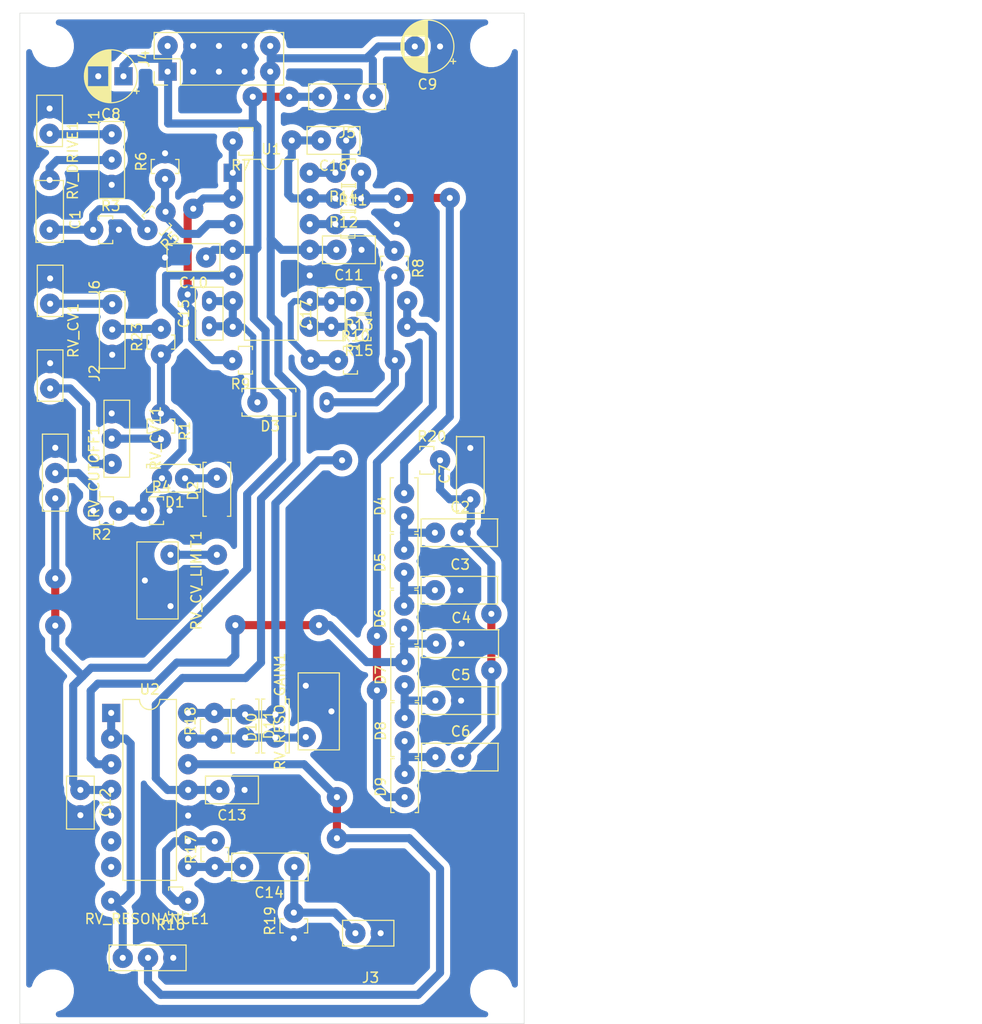
<source format=kicad_pcb>
(kicad_pcb (version 20171130) (host pcbnew "(5.1.7-0-10_14)")
  (layers (0 F.Cu signal) (31 B.Cu signal) (34 B.Paste user) (35 F.Paste user) (36 B.SilkS user) (37 F.SilkS user hide) (38 B.Mask user) (39 F.Mask user) (44 Edge.Cuts user))
  (net 0 "")
  (net 1 "Net-(C1-Pad2)")
  (net 2 "Net-(C1-Pad1)")
  (net 3 "Net-(C2-Pad1)")
  (net 4 "Net-(C2-Pad2)")
  (net 5 GND)
  (net 6 "Net-(C3-Pad1)")
  (net 7 "Net-(C4-Pad1)")
  (net 8 "Net-(C5-Pad1)")
  (net 9 "Net-(C6-Pad1)")
  (net 10 +12V)
  (net 11 -12V)
  (net 12 "Net-(C14-Pad2)")
  (net 13 "Net-(C14-Pad1)")
  (net 14 "Net-(D1-Pad2)")
  (net 15 "Net-(D1-Pad1)")
  (net 16 CV)
  (net 17 LADDER_P)
  (net 18 LADDER_N)
  (net 19 "Net-(D10-Pad1)")
  (net 20 "Net-(D10-Pad2)")
  (net 21 "Net-(J1-Pad1)")
  (net 22 "Net-(J2-Pad1)")
  (net 23 "Net-(J6-Pad1)")
  (net 24 "Net-(R1-Pad2)")
  (net 25 "Net-(R2-Pad2)")
  (net 26 "Net-(R5-Pad1)")
  (net 27 "Net-(R7-Pad2)")
  (net 28 "Net-(R11-Pad1)")
  (net 29 OUT_STAGE)
  (net 30 "Net-(R16-Pad1)")
  (net 31 "Net-(R23-Pad2)")
  (net 32 "Net-(RV_RESONANCE1-Pad2)")
  (net 33 "Net-(C15-Pad1)")
  (net 34 "Net-(C16-Pad2)")
  (net 35 "Net-(C17-Pad2)")
  (net 36 "Net-(C16-Pad1)")
  (net 37 "Net-(C17-Pad1)")
  (net 38 "Net-(D2-Pad1)")
  (module Zimo_Manual_PCB:C_Foil_P5.48mm (layer F.Cu) (at 138.9888 136.2964 180)
    (fp_text reference C14 (at 2.5 -2.54) (layer F.SilkS))
    (fp_text value "1u (film)")
    (pad 1 thru_hole circle (at 0 0 180) (size 2 2) (drill 0.6) (layers *.Cu *.Mask) (net 13 "Net-(C14-Pad1)"))
    (pad 2 thru_hole circle (at 5.08 0 180) (size 2 2) (drill 0.6) (layers *.Cu *.Mask) (net 12 "Net-(C14-Pad2)"))
  )
  (module Zimo_Manual_PCB:C_Foil_P5.48mm (layer F.Cu) (at 152.9588 125.4252)
    (fp_text reference C6 (at 2.5 -2.54) (layer F.SilkS))
    (fp_text value 1n)
    (pad 1 thru_hole circle (at 0 0) (size 2 2) (drill 0.6) (layers *.Cu *.Mask) (net 9 "Net-(C6-Pad1)"))
    (pad 2 thru_hole circle (at 2.54 0) (size 2 2) (drill 0.6) (layers *.Cu *.Mask) (net 4 "Net-(C2-Pad2)"))
  )
  (module Zimo_Manual_PCB:C_Foil_P5.48mm (layer F.Cu) (at 152.9588 119.8372)
    (fp_text reference C5 (at 2.5 -2.54) (layer F.SilkS))
    (fp_text value 1n)
    (pad 1 thru_hole circle (at 0 0) (size 2 2) (drill 0.6) (layers *.Cu *.Mask) (net 8 "Net-(C5-Pad1)"))
    (pad 2 thru_hole circle (at 2.54 0) (size 2 2) (drill 0.6) (layers *.Cu *.Mask) (net 5 GND))
  )
  (module Zimo_Manual_PCB:C_Foil_P5.48mm (layer F.Cu) (at 153.0096 114.1984)
    (fp_text reference C4 (at 2.5 -2.54) (layer F.SilkS))
    (fp_text value 1n)
    (pad 1 thru_hole circle (at 0 0) (size 2 2) (drill 0.6) (layers *.Cu *.Mask) (net 7 "Net-(C4-Pad1)"))
    (pad 2 thru_hole circle (at 2.54 0) (size 2 2) (drill 0.6) (layers *.Cu *.Mask) (net 5 GND))
  )
  (module Zimo_Manual_PCB:C_Foil_P5.48mm (layer F.Cu) (at 152.908 108.9152)
    (fp_text reference C3 (at 2.5 -2.54) (layer F.SilkS))
    (fp_text value 1n)
    (pad 1 thru_hole circle (at 0 0) (size 2 2) (drill 0.6) (layers *.Cu *.Mask) (net 6 "Net-(C3-Pad1)"))
    (pad 2 thru_hole circle (at 2.54 0) (size 2 2) (drill 0.6) (layers *.Cu *.Mask) (net 5 GND))
  )
  (module Zimo_Manual_PCB:C_Foil_P5.48mm (layer F.Cu) (at 152.908 103.2256)
    (fp_text reference C2 (at 2.5 -2.54) (layer F.SilkS))
    (fp_text value 1n)
    (pad 1 thru_hole circle (at 0 0) (size 2 2) (drill 0.6) (layers *.Cu *.Mask) (net 3 "Net-(C2-Pad1)"))
    (pad 2 thru_hole circle (at 2.54 0) (size 2 2) (drill 0.6) (layers *.Cu *.Mask) (net 4 "Net-(C2-Pad2)"))
  )
  (module MountingHole:MountingHole_3mm (layer F.Cu) (at 115.062 148.5392)
    (fp_text reference REF** hide)
    (fp_text value MountingHole_3mm hide)
    (pad 1 np_thru_hole circle (at 0 0) (size 3 3) (drill 3) (layers *.Cu *.Mask))
  )
  (module MountingHole:MountingHole_3mm (layer F.Cu) (at 158.496 148.5392)
    (fp_text reference REF** hide)
    (fp_text value MountingHole_3mm hide)
    (pad 1 np_thru_hole circle (at 0 0) (size 3 3) (drill 3) (layers *.Cu *.Mask))
  )
  (module MountingHole:MountingHole_3mm (layer F.Cu) (at 158.496 55.0672)
    (fp_text reference REF** hide)
    (fp_text value MountingHole_3mm hide)
    (pad 1 np_thru_hole circle (at 0 0) (size 3 3) (drill 3) (layers *.Cu *.Mask))
  )
  (module MountingHole:MountingHole_3mm (layer F.Cu) (at 115.062 55.0672)
    (fp_text reference REF** hide)
    (fp_text value MountingHole_3mm hide)
    (pad 1 np_thru_hole circle (at 0 0) (size 3 3) (drill 3) (layers *.Cu *.Mask))
  )
  (module Zimo_Manual_PCB:CP_Radial_D5.0mm_P2.50mm (layer F.Cu) (at 122.0724 58.0644 180)
    (fp_text reference C8 (at 1.25 -3.75) (layer F.SilkS))
    (fp_text value 10u)
    (pad 2 thru_hole circle (at 2.5 0 180) (size 2 2) (drill 0.6) (layers *.Cu *.Mask) (net 5 GND))
    (pad 1 thru_hole rect (at 0 0 180) (size 1.8 1.8) (drill 0.6) (layers *.Cu *.Mask) (net 10 +12V))
  )
  (module Zimo_Manual_PCB:CP_Radial_D5.0mm_P2.50mm (layer F.Cu) (at 153.416 55.118 180)
    (fp_text reference C9 (at 1.25 -3.75) (layer F.SilkS))
    (fp_text value 10u)
    (pad 1 thru_hole rect (at 0 0 180) (size 1.8 1.8) (drill 0.6) (layers *.Cu *.Mask) (net 5 GND))
    (pad 2 thru_hole circle (at 2.5 0 180) (size 2 2) (drill 0.6) (layers *.Cu *.Mask) (net 11 -12V))
  )
  (module Zimo_Manual_PCB:C_Disc_D5.0mm_W2.5mm_P2.50mm (layer F.Cu) (at 130.2512 75.9968 180)
    (fp_text reference C10 (at 1.25 -2.5) (layer F.SilkS))
    (fp_text value 100n)
    (pad 2 thru_hole circle (at 4.064 0 180) (size 2 2) (drill 0.6) (layers *.Cu *.Mask) (net 5 GND))
    (pad 1 thru_hole circle (at 0 0 180) (size 2 2) (drill 0.6) (layers *.Cu *.Mask) (net 10 +12V))
  )
  (module Zimo_Manual_PCB:C_Disc_D5.0mm_W2.5mm_P2.50mm (layer F.Cu) (at 145.6436 75.2348 180)
    (fp_text reference C11 (at 1.25 -2.5) (layer F.SilkS))
    (fp_text value 100n)
    (pad 1 thru_hole circle (at 0 0 180) (size 2 2) (drill 0.6) (layers *.Cu *.Mask) (net 5 GND))
    (pad 2 thru_hole circle (at 2.5 0 180) (size 2 2) (drill 0.6) (layers *.Cu *.Mask) (net 11 -12V))
  )
  (module Zimo_Manual_PCB:C_Disc_D5.0mm_W2.5mm_P2.50mm (layer F.Cu) (at 117.8052 128.6764 270)
    (fp_text reference C12 (at 1.25 -2.5 90) (layer F.SilkS))
    (fp_text value 100n)
    (pad 2 thru_hole circle (at 2.5 0 270) (size 2 2) (drill 0.6) (layers *.Cu *.Mask) (net 5 GND))
    (pad 1 thru_hole circle (at 0 0 270) (size 2 2) (drill 0.6) (layers *.Cu *.Mask) (net 10 +12V))
  )
  (module Zimo_Manual_PCB:C_Disc_D5.0mm_W2.5mm_P2.50mm (layer F.Cu) (at 134.0612 128.6764 180)
    (fp_text reference C13 (at 1.25 -2.5) (layer F.SilkS))
    (fp_text value 100n)
    (pad 2 thru_hole circle (at 2.5 0 180) (size 2 2) (drill 0.6) (layers *.Cu *.Mask) (net 11 -12V))
    (pad 1 thru_hole circle (at 0 0 180) (size 2 2) (drill 0.6) (layers *.Cu *.Mask) (net 5 GND))
  )
  (module Zimo_Manual_PCB:D_Axial-Vertical (layer F.Cu) (at 128.1684 97.8408 180)
    (fp_text reference D1 (at 1.016 -2.37) (layer F.SilkS))
    (fp_text value 1N4148)
    (pad 2 thru_hole oval (at 2.286 0 180) (size 2 2) (drill 0.6) (layers *.Cu *.Mask) (net 14 "Net-(D1-Pad2)"))
    (pad 1 thru_hole circle (at 0 0 180) (size 2 2) (drill 0.6) (layers *.Cu *.Mask) (net 15 "Net-(D1-Pad1)"))
  )
  (module Zimo_Manual_PCB:D_Axial-Vertical (layer F.Cu) (at 131.318 100.076 90)
    (fp_text reference D2 (at 1.016 -2.37 90) (layer F.SilkS))
    (fp_text value 1N4148)
    (pad 1 thru_hole circle (at -5.334 0 90) (size 2 2) (drill 0.6) (layers *.Cu *.Mask) (net 38 "Net-(D2-Pad1)"))
    (pad 2 thru_hole oval (at 2.286 0 90) (size 2 2) (drill 0.6) (layers *.Cu *.Mask) (net 15 "Net-(D1-Pad1)"))
  )
  (module Zimo_Manual_PCB:D_Axial-Vertical (layer F.Cu) (at 137.6172 90.3224 180)
    (fp_text reference D3 (at 1.016 -2.37) (layer F.SilkS))
    (fp_text value 1N4148)
    (pad 1 thru_hole oval (at -4.572 0 180) (size 1.4 2) (drill 0.6) (layers *.Cu *.Mask) (net 16 CV))
    (pad 2 thru_hole oval (at 2.286 0 180) (size 2 2) (drill 0.6) (layers *.Cu *.Mask) (net 33 "Net-(C15-Pad1)"))
  )
  (module Zimo_Manual_PCB:D_Axial-Vertical (layer F.Cu) (at 149.86 101.6 90)
    (fp_text reference D4 (at 1.016 -2.37 90) (layer F.SilkS))
    (fp_text value 1N4148)
    (pad 2 thru_hole oval (at 2.286 0 90) (size 2 2) (drill 0.6) (layers *.Cu *.Mask) (net 17 LADDER_P))
    (pad 1 thru_hole circle (at 0 0 90) (size 2 2) (drill 0.6) (layers *.Cu *.Mask) (net 3 "Net-(C2-Pad1)"))
  )
  (module Zimo_Manual_PCB:D_Axial-Vertical (layer F.Cu) (at 149.86 107.188 90)
    (fp_text reference D5 (at 1.016 -2.37 90) (layer F.SilkS))
    (fp_text value 1N4148)
    (pad 2 thru_hole oval (at 2.286 0 90) (size 2 2) (drill 0.6) (layers *.Cu *.Mask) (net 3 "Net-(C2-Pad1)"))
    (pad 1 thru_hole circle (at 0 0 90) (size 2 2) (drill 0.6) (layers *.Cu *.Mask) (net 6 "Net-(C3-Pad1)"))
  )
  (module Zimo_Manual_PCB:D_Axial-Vertical (layer F.Cu) (at 149.86 112.7252 90)
    (fp_text reference D6 (at 1.016 -2.37 90) (layer F.SilkS))
    (fp_text value 1N4148)
    (pad 1 thru_hole circle (at 0 0 90) (size 2 2) (drill 0.6) (layers *.Cu *.Mask) (net 7 "Net-(C4-Pad1)"))
    (pad 2 thru_hole oval (at 2.286 0 90) (size 2 2) (drill 0.6) (layers *.Cu *.Mask) (net 6 "Net-(C3-Pad1)"))
  )
  (module Zimo_Manual_PCB:D_Axial-Vertical (layer F.Cu) (at 149.9108 118.3132 90)
    (fp_text reference D7 (at 1.016 -2.37 90) (layer F.SilkS))
    (fp_text value 1N4148)
    (pad 2 thru_hole oval (at 2.286 0 90) (size 2 2) (drill 0.6) (layers *.Cu *.Mask) (net 7 "Net-(C4-Pad1)"))
    (pad 1 thru_hole circle (at 0 0 90) (size 2 2) (drill 0.6) (layers *.Cu *.Mask) (net 8 "Net-(C5-Pad1)"))
  )
  (module Zimo_Manual_PCB:D_Axial-Vertical (layer F.Cu) (at 149.9108 123.8504 90)
    (fp_text reference D8 (at 1.016 -2.37 90) (layer F.SilkS))
    (fp_text value 1N4148)
    (pad 1 thru_hole circle (at 0 0 90) (size 2 2) (drill 0.6) (layers *.Cu *.Mask) (net 9 "Net-(C6-Pad1)"))
    (pad 2 thru_hole oval (at 2.286 0 90) (size 2 2) (drill 0.6) (layers *.Cu *.Mask) (net 8 "Net-(C5-Pad1)"))
  )
  (module Zimo_Manual_PCB:D_Axial-Vertical (layer F.Cu) (at 149.9108 129.3876 90)
    (fp_text reference D9 (at 1.016 -2.37 90) (layer F.SilkS))
    (fp_text value 1N4148)
    (pad 2 thru_hole oval (at 2.286 0 90) (size 2 2) (drill 0.6) (layers *.Cu *.Mask) (net 9 "Net-(C6-Pad1)"))
    (pad 1 thru_hole circle (at 0 0 90) (size 2 2) (drill 0.6) (layers *.Cu *.Mask) (net 18 LADDER_N))
  )
  (module Zimo_Manual_PCB:D_Axial-Vertical (layer F.Cu) (at 137.1092 123.4948 90)
    (fp_text reference D10 (at 1.016 -2.37 90) (layer F.SilkS))
    (fp_text value 1N4148)
    (pad 1 thru_hole circle (at 0 0 90) (size 2 2) (drill 0.6) (layers *.Cu *.Mask) (net 19 "Net-(D10-Pad1)"))
    (pad 2 thru_hole oval (at 2.286 0 90) (size 2 2) (drill 0.6) (layers *.Cu *.Mask) (net 20 "Net-(D10-Pad2)"))
  )
  (module Zimo_Manual_PCB:D_Axial-Vertical (layer F.Cu) (at 134.112 121.2088 270)
    (fp_text reference D11 (at 1.016 -2.37 90) (layer F.SilkS))
    (fp_text value 1N4148)
    (pad 2 thru_hole oval (at 2.286 0 270) (size 2 2) (drill 0.6) (layers *.Cu *.Mask) (net 19 "Net-(D10-Pad1)"))
    (pad 1 thru_hole circle (at 0 0 270) (size 2 2) (drill 0.6) (layers *.Cu *.Mask) (net 20 "Net-(D10-Pad2)"))
  )
  (module Zimo_Manual_PCB:JT_A25_01x02_Vertical (layer F.Cu) (at 114.7572 63.754 90)
    (fp_text reference J1 (at 1.5 4.4 90) (layer F.SilkS))
    (fp_text value Input)
    (pad 2 thru_hole circle (at 2.5 0 90) (size 2 2) (drill 0.6) (layers *.Cu *.Mask) (net 5 GND))
    (pad 1 thru_hole circle (at 0 0 90) (size 2 2) (drill 0.6) (layers *.Cu *.Mask) (net 21 "Net-(J1-Pad1)"))
  )
  (module Zimo_Manual_PCB:JT_A25_01x02_Vertical (layer F.Cu) (at 114.808 88.9508 90)
    (fp_text reference J2 (at 1.5 4.4 90) (layer F.SilkS))
    (fp_text value CV)
    (pad 1 thru_hole circle (at 0 0 90) (size 2 2) (drill 0.6) (layers *.Cu *.Mask) (net 22 "Net-(J2-Pad1)"))
    (pad 2 thru_hole circle (at 2.5 0 90) (size 2 2) (drill 0.6) (layers *.Cu *.Mask) (net 5 GND))
  )
  (module Zimo_Manual_PCB:JT_A25_01x02_Vertical (layer F.Cu) (at 145.034 142.8496)
    (fp_text reference J3 (at 1.5 4.4) (layer F.SilkS))
    (fp_text value Output)
    (pad 2 thru_hole circle (at 2.5 0) (size 2 2) (drill 0.6) (layers *.Cu *.Mask) (net 5 GND))
    (pad 1 thru_hole circle (at 0 0) (size 2 2) (drill 0.6) (layers *.Cu *.Mask) (net 13 "Net-(C14-Pad1)"))
  )
  (module Zimo_Manual_PCB:Eurorack_Power_Supply (layer F.Cu) (at 126.4412 57.6072 90)
    (fp_text reference J4 (at 1.27 -2.33 90) (layer F.SilkS))
    (fp_text value "Eurorack Power")
    (pad 10 thru_hole oval (at 2.54 10.16 90) (size 2 2) (drill 0.6) (layers *.Cu *.Mask) (net 11 -12V))
    (pad 9 thru_hole oval (at 0 10.16 90) (size 2 2) (drill 0.6) (layers *.Cu *.Mask) (net 11 -12V))
    (pad 8 thru_hole oval (at 2.54 7.62 90) (size 2 2) (drill 0.6) (layers *.Cu *.Mask) (net 5 GND))
    (pad 7 thru_hole oval (at 0 7.62 90) (size 2 2) (drill 0.6) (layers *.Cu *.Mask) (net 5 GND))
    (pad 6 thru_hole oval (at 2.54 5.08 90) (size 2 2) (drill 0.6) (layers *.Cu *.Mask) (net 5 GND))
    (pad 5 thru_hole oval (at 0 5.08 90) (size 2 2) (drill 0.6) (layers *.Cu *.Mask) (net 5 GND))
    (pad 4 thru_hole oval (at 2.54 2.54 90) (size 2 2) (drill 0.6) (layers *.Cu *.Mask) (net 5 GND))
    (pad 3 thru_hole oval (at 0 2.54 90) (size 2 2) (drill 0.6) (layers *.Cu *.Mask) (net 5 GND))
    (pad 2 thru_hole oval (at 2.54 0 90) (size 2 2) (drill 0.6) (layers *.Cu *.Mask) (net 10 +12V))
    (pad 1 thru_hole rect (at 0 0 90) (size 1.8 1.8) (drill 0.6) (layers *.Cu *.Mask) (net 10 +12V))
  )
  (module Zimo_Manual_PCB:NSL25_01x03_Vertical (layer F.Cu) (at 141.6812 60.0964)
    (fp_text reference J5 (at 2.54 3.556) (layer F.SilkS))
    (fp_text value "Custom Power")
    (pad 1 thru_hole circle (at 0 0) (size 2 2) (drill 0.6) (layers *.Cu *.Mask) (net 10 +12V))
    (pad 2 thru_hole circle (at 2.54 0) (size 2 2) (drill 0.6) (layers *.Cu *.Mask) (net 5 GND))
    (pad 3 thru_hole circle (at 5.08 0) (size 2 2) (drill 0.6) (layers *.Cu *.Mask) (net 11 -12V))
  )
  (module Zimo_Manual_PCB:JT_A25_01x02_Vertical (layer F.Cu) (at 114.808 80.5688 90)
    (fp_text reference J6 (at 1.5 4.4 90) (layer F.SilkS))
    (fp_text value CV)
    (pad 1 thru_hole circle (at 0 0 90) (size 2 2) (drill 0.6) (layers *.Cu *.Mask) (net 23 "Net-(J6-Pad1)"))
    (pad 2 thru_hole circle (at 2.5 0 90) (size 2 2) (drill 0.6) (layers *.Cu *.Mask) (net 5 GND))
  )
  (module Zimo_Manual_PCB:R_Axial_Vertical (layer F.Cu) (at 125.7808 91.44 270)
    (fp_text reference R1 (at 1.7272 -2.3622 90) (layer F.SilkS))
    (fp_text value 47k)
    (pad 2 thru_hole oval (at 2.54 0 270) (size 2 2) (drill 0.6) (layers *.Cu *.Mask) (net 24 "Net-(R1-Pad2)"))
    (pad 1 thru_hole circle (at 0 0 270) (size 2 2) (drill 0.6) (layers *.Cu *.Mask) (net 14 "Net-(D1-Pad2)"))
  )
  (module Zimo_Manual_PCB:R_Axial_Vertical (layer F.Cu) (at 121.6152 101.0412 180)
    (fp_text reference R2 (at 1.7272 -2.3622) (layer F.SilkS))
    (fp_text value 68k)
    (pad 1 thru_hole circle (at 0 0 180) (size 2 2) (drill 0.6) (layers *.Cu *.Mask) (net 14 "Net-(D1-Pad2)"))
    (pad 2 thru_hole oval (at 2.54 0 180) (size 2 2) (drill 0.6) (layers *.Cu *.Mask) (net 25 "Net-(R2-Pad2)"))
  )
  (module Zimo_Manual_PCB:R_Axial_Vertical (layer F.Cu) (at 119.0752 73.2536)
    (fp_text reference R3 (at 1.7272 -2.3622) (layer F.SilkS))
    (fp_text value 200k)
    (pad 1 thru_hole circle (at 0 0) (size 2 2) (drill 0.6) (layers *.Cu *.Mask) (net 1 "Net-(C1-Pad2)"))
    (pad 2 thru_hole oval (at 2.54 0) (size 2 2) (drill 0.6) (layers *.Cu *.Mask) (net 5 GND))
  )
  (module Zimo_Manual_PCB:R_Axial_Vertical (layer F.Cu) (at 124.1044 101.0412)
    (fp_text reference R4 (at 1.7272 -2.3622) (layer F.SilkS))
    (fp_text value 47k)
    (pad 2 thru_hole oval (at 2.54 0) (size 2 2) (drill 0.6) (layers *.Cu *.Mask) (net 5 GND))
    (pad 1 thru_hole circle (at 0 0) (size 2 2) (drill 0.6) (layers *.Cu *.Mask) (net 14 "Net-(D1-Pad2)"))
  )
  (module Zimo_Manual_PCB:R_Axial_Vertical (layer F.Cu) (at 126.238 71.4756 225)
    (fp_text reference R5 (at 1.7272 -2.3622 45) (layer F.SilkS))
    (fp_text value 33k)
    (pad 2 thru_hole oval (at 2.54 0 225) (size 2 2) (drill 0.6) (layers *.Cu *.Mask) (net 1 "Net-(C1-Pad2)"))
    (pad 1 thru_hole circle (at 0 0 225) (size 2 2) (drill 0.6) (layers *.Cu *.Mask) (net 26 "Net-(R5-Pad1)"))
  )
  (module Zimo_Manual_PCB:R_Axial_Vertical (layer F.Cu) (at 126.1872 68.2244 90)
    (fp_text reference R6 (at 1.7272 -2.3622 90) (layer F.SilkS))
    (fp_text value 680)
    (pad 1 thru_hole circle (at 0 0 90) (size 2 2) (drill 0.6) (layers *.Cu *.Mask) (net 26 "Net-(R5-Pad1)"))
    (pad 2 thru_hole oval (at 2.54 0 90) (size 2 2) (drill 0.6) (layers *.Cu *.Mask) (net 5 GND))
  )
  (module Zimo_Manual_PCB:R_Axial_Vertical (layer F.Cu) (at 135.4328 64.516 180)
    (fp_text reference R7 (at 1.7272 -2.3622) (layer F.SilkS))
    (fp_text value 33k)
    (pad 1 thru_hole circle (at -3.302 0.1016 180) (size 2 2) (drill 0.6) (layers *.Cu *.Mask) (net 34 "Net-(C16-Pad2)"))
    (pad 2 thru_hole oval (at 2.54 0 180) (size 2 2) (drill 0.6) (layers *.Cu *.Mask) (net 27 "Net-(R7-Pad2)"))
  )
  (module Zimo_Manual_PCB:R_Axial_Vertical (layer F.Cu) (at 148.8948 75.3364 270)
    (fp_text reference R8 (at 1.7272 -2.3622 90) (layer F.SilkS))
    (fp_text value 33k)
    (pad 2 thru_hole oval (at 2.54 0 270) (size 2 2) (drill 0.6) (layers *.Cu *.Mask) (net 16 CV))
    (pad 1 thru_hole circle (at 0 0 270) (size 2 2) (drill 0.6) (layers *.Cu *.Mask) (net 28 "Net-(R11-Pad1)"))
  )
  (module Zimo_Manual_PCB:R_Axial_Vertical (layer F.Cu) (at 135.382 86.1568 180)
    (fp_text reference R9 (at 1.7272 -2.3622) (layer F.SilkS))
    (fp_text value 33k)
    (pad 1 thru_hole circle (at -5.2324 0.0508 180) (size 2 2) (drill 0.6) (layers *.Cu *.Mask) (net 35 "Net-(C17-Pad2)"))
    (pad 2 thru_hole oval (at 2.54 0 180) (size 2 2) (drill 0.6) (layers *.Cu *.Mask) (net 27 "Net-(R7-Pad2)"))
  )
  (module Zimo_Manual_PCB:R_Axial_Vertical (layer F.Cu) (at 143.3068 86.1568)
    (fp_text reference R10 (at 1.7272 -2.3622) (layer F.SilkS))
    (fp_text value 33k)
    (pad 2 thru_hole oval (at 5.6388 0) (size 2 2) (drill 0.6) (layers *.Cu *.Mask) (net 16 CV))
    (pad 1 thru_hole circle (at 0 0) (size 2 2) (drill 0.6) (layers *.Cu *.Mask) (net 35 "Net-(C17-Pad2)"))
  )
  (module Zimo_Manual_PCB:R_Axial_Vertical (layer F.Cu) (at 143.0528 72.6948)
    (fp_text reference R11 (at 1.7272 -2.3622) (layer F.SilkS))
    (fp_text value 33k)
    (pad 1 thru_hole circle (at 0 0) (size 2 2) (drill 0.6) (layers *.Cu *.Mask) (net 28 "Net-(R11-Pad1)"))
    (pad 2 thru_hole oval (at 6.096 0) (size 2 2) (drill 0.6) (layers *.Cu *.Mask) (net 5 GND))
  )
  (module Zimo_Manual_PCB:R_Axial_Vertical (layer F.Cu) (at 145.5928 70.1548 180)
    (fp_text reference R12 (at 1.7272 -2.3622) (layer F.SilkS))
    (fp_text value 33k)
    (pad 1 thru_hole circle (at 0 0 180) (size 2 2) (drill 0.6) (layers *.Cu *.Mask) (net 17 LADDER_P))
    (pad 2 thru_hole oval (at 2.54 0 180) (size 2 2) (drill 0.6) (layers *.Cu *.Mask) (net 34 "Net-(C16-Pad2)"))
  )
  (module Zimo_Manual_PCB:R_Axial_Vertical (layer F.Cu) (at 147.1168 80.3148 180)
    (fp_text reference R13 (at 1.7272 -2.3622) (layer F.SilkS))
    (fp_text value 33k)
    (pad 2 thru_hole oval (at 2.286 0 180) (size 2 2) (drill 0.6) (layers *.Cu *.Mask) (net 35 "Net-(C17-Pad2)"))
    (pad 1 thru_hole circle (at -3.048 0 180) (size 2 2) (drill 0.6) (layers *.Cu *.Mask) (net 18 LADDER_N))
  )
  (module Zimo_Manual_PCB:R_Axial_Vertical (layer F.Cu) (at 145.5928 67.6148 180)
    (fp_text reference R14 (at 1.7272 -2.3622) (layer F.SilkS))
    (fp_text value 2k)
    (pad 2 thru_hole oval (at 2.54 0 180) (size 2 2) (drill 0.6) (layers *.Cu *.Mask) (net 36 "Net-(C16-Pad1)"))
    (pad 1 thru_hole circle (at 0 0 180) (size 2 2) (drill 0.6) (layers *.Cu *.Mask) (net 17 LADDER_P))
  )
  (module Zimo_Manual_PCB:R_Axial_Vertical (layer F.Cu) (at 147.1168 82.8548 180)
    (fp_text reference R15 (at 1.7272 -2.3622) (layer F.SilkS))
    (fp_text value 2k)
    (pad 1 thru_hole circle (at -3.048 0 180) (size 2 2) (drill 0.6) (layers *.Cu *.Mask) (net 18 LADDER_N))
    (pad 2 thru_hole oval (at 2.286 0 180) (size 2 2) (drill 0.6) (layers *.Cu *.Mask) (net 37 "Net-(C17-Pad1)"))
  )
  (module Zimo_Manual_PCB:R_Axial_Vertical (layer F.Cu) (at 128.4732 139.6492 180)
    (fp_text reference R16 (at 1.7272 -2.3622) (layer F.SilkS))
    (fp_text value 1k)
    (pad 2 thru_hole oval (at 7.62 0 180) (size 2 2) (drill 0.6) (layers *.Cu *.Mask) (net 29 OUT_STAGE))
    (pad 1 thru_hole circle (at 0 0 180) (size 2 2) (drill 0.6) (layers *.Cu *.Mask) (net 30 "Net-(R16-Pad1)"))
  )
  (module Zimo_Manual_PCB:R_Axial_Vertical (layer F.Cu) (at 131.1148 136.2964 90)
    (fp_text reference R17 (at 1.7272 -2.3622 90) (layer F.SilkS))
    (fp_text value 47k)
    (pad 2 thru_hole oval (at 2.54 0 90) (size 2 2) (drill 0.6) (layers *.Cu *.Mask) (net 30 "Net-(R16-Pad1)"))
    (pad 1 thru_hole circle (at 0 0 90) (size 2 2) (drill 0.6) (layers *.Cu *.Mask) (net 12 "Net-(C14-Pad2)"))
  )
  (module Zimo_Manual_PCB:R_Axial_Vertical (layer F.Cu) (at 131.064 123.5964 90)
    (fp_text reference R18 (at 1.7272 -2.3622 90) (layer F.SilkS))
    (fp_text value 100k)
    (pad 2 thru_hole oval (at 2.54 0 90) (size 2 2) (drill 0.6) (layers *.Cu *.Mask) (net 20 "Net-(D10-Pad2)"))
    (pad 1 thru_hole circle (at 0 0 90) (size 2 2) (drill 0.6) (layers *.Cu *.Mask) (net 19 "Net-(D10-Pad1)"))
  )
  (module Zimo_Manual_PCB:R_Axial_Vertical (layer F.Cu) (at 138.938 143.3576 90)
    (fp_text reference R19 (at 1.7272 -2.3622 90) (layer F.SilkS))
    (fp_text value 1M)
    (pad 2 thru_hole oval (at 2.54 0 90) (size 2 2) (drill 0.6) (layers *.Cu *.Mask) (net 13 "Net-(C14-Pad1)"))
    (pad 1 thru_hole circle (at 0 0 90) (size 2 2) (drill 0.6) (layers *.Cu *.Mask) (net 5 GND))
  )
  (module Zimo_Manual_PCB:R_Axial_Vertical (layer F.Cu) (at 150.876 96.0628)
    (fp_text reference R20 (at 1.7272 -2.3622) (layer F.SilkS))
    (fp_text value 680)
    (pad 1 thru_hole circle (at -7.1628 0) (size 2 2) (drill 0.6) (layers *.Cu *.Mask) (net 20 "Net-(D10-Pad2)"))
    (pad 2 thru_hole oval (at 2.54 0) (size 2 2) (drill 0.6) (layers *.Cu *.Mask) (net 4 "Net-(C2-Pad2)"))
  )
  (module Zimo_Manual_PCB:R_Axial_Vertical (layer F.Cu) (at 125.7808 85.598 90)
    (fp_text reference R23 (at 1.7272 -2.3622 90) (layer F.SilkS))
    (fp_text value 47k)
    (pad 1 thru_hole circle (at 0 0 90) (size 2 2) (drill 0.6) (layers *.Cu *.Mask) (net 14 "Net-(D1-Pad2)"))
    (pad 2 thru_hole oval (at 2.54 0 90) (size 2 2) (drill 0.6) (layers *.Cu *.Mask) (net 31 "Net-(R23-Pad2)"))
  )
  (module Zimo_Manual_PCB:JT_A25_01x03_Vertical (layer F.Cu) (at 115.316 99.822 90)
    (fp_text reference RV_CUTOFF1 (at 2.6 3.85 90) (layer F.SilkS))
    (fp_text value 100k)
    (pad 3 thru_hole circle (at 5 0 90) (size 2 2) (drill 0.6) (layers *.Cu *.Mask) (net 5 GND))
    (pad 2 thru_hole circle (at 2.5 0 90) (size 2 2) (drill 0.6) (layers *.Cu *.Mask) (net 25 "Net-(R2-Pad2)"))
    (pad 1 thru_hole circle (at 0 0 90) (size 2 2) (drill 0.6) (layers *.Cu *.Mask) (net 10 +12V))
  )
  (module Zimo_Manual_PCB:JT_A25_01x03_Vertical (layer F.Cu) (at 120.9548 80.6196 270)
    (fp_text reference RV_CV1 (at 2.6 3.85 90) (layer F.SilkS))
    (fp_text value 100k)
    (pad 1 thru_hole circle (at 0 0 270) (size 2 2) (drill 0.6) (layers *.Cu *.Mask) (net 23 "Net-(J6-Pad1)"))
    (pad 2 thru_hole circle (at 2.5 0 270) (size 2 2) (drill 0.6) (layers *.Cu *.Mask) (net 31 "Net-(R23-Pad2)"))
    (pad 3 thru_hole circle (at 5 0 270) (size 2 2) (drill 0.6) (layers *.Cu *.Mask) (net 5 GND))
  )
  (module Zimo_Manual_PCB:JT_A25_01x03_Vertical (layer F.Cu) (at 121.412 96.4692 90)
    (fp_text reference RV_CV11 (at 2.6 3.85 90) (layer F.SilkS))
    (fp_text value 100k)
    (pad 1 thru_hole circle (at 0.0508 -0.508 90) (size 2 2) (drill 0.6) (layers *.Cu *.Mask) (net 22 "Net-(J2-Pad1)"))
    (pad 2 thru_hole circle (at 2.5508 -0.508 90) (size 2 2) (drill 0.6) (layers *.Cu *.Mask) (net 24 "Net-(R1-Pad2)"))
    (pad 3 thru_hole circle (at 5.0508 -0.508 90) (size 2 2) (drill 0.6) (layers *.Cu *.Mask) (net 5 GND))
  )
  (module Zimo_Manual_PCB:JT_A25_01x03_Vertical (layer F.Cu) (at 120.904 63.8048 270)
    (fp_text reference RV_DRIVE1 (at 2.6 3.85 90) (layer F.SilkS))
    (fp_text value 10k)
    (pad 3 thru_hole circle (at 5 0 270) (size 2 2) (drill 0.6) (layers *.Cu *.Mask) (net 5 GND))
    (pad 2 thru_hole circle (at 2.5 0 270) (size 2 2) (drill 0.6) (layers *.Cu *.Mask) (net 2 "Net-(C1-Pad1)"))
    (pad 1 thru_hole circle (at 0 0 270) (size 2 2) (drill 0.6) (layers *.Cu *.Mask) (net 21 "Net-(J1-Pad1)"))
  )
  (module Zimo_Manual_PCB:TrimPot_Vertical (layer F.Cu) (at 141.1224 118.364 270)
    (fp_text reference RV_RESO_GAIN1 (at 2.54 3.556 90) (layer F.SilkS))
    (fp_text value 100k)
    (pad 1 thru_hole circle (at 0 1 270) (size 2 2) (drill 0.6) (layers *.Cu *.Mask) (net 5 GND))
    (pad 2 thru_hole circle (at 2.54 -1.54 270) (size 2 2) (drill 0.6) (layers *.Cu *.Mask) (net 5 GND))
    (pad 3 thru_hole circle (at 5.08 1 270) (size 2 2) (drill 0.6) (layers *.Cu *.Mask) (net 19 "Net-(D10-Pad1)"))
  )
  (module Zimo_Manual_PCB:JT_A25_01x03_Vertical (layer F.Cu) (at 127 145.288 180)
    (fp_text reference RV_RESONANCE1 (at 2.6 3.85) (layer F.SilkS))
    (fp_text value 100k)
    (pad 1 thru_hole circle (at 0 0 180) (size 2 2) (drill 0.6) (layers *.Cu *.Mask) (net 5 GND))
    (pad 2 thru_hole circle (at 2.5 0 180) (size 2 2) (drill 0.6) (layers *.Cu *.Mask) (net 32 "Net-(RV_RESONANCE1-Pad2)"))
    (pad 3 thru_hole circle (at 5 0 180) (size 2 2) (drill 0.6) (layers *.Cu *.Mask) (net 29 OUT_STAGE))
  )
  (module Zimo_Manual_PCB:DIP-14_W7.62mm (layer F.Cu) (at 132.8928 67.6148)
    (fp_text reference U1 (at 3.81 -2.33) (layer F.SilkS))
    (fp_text value TL074)
    (pad 1 thru_hole rect (at 0 0) (size 1.8 1.8) (drill 0.6) (layers *.Cu *.Mask) (net 27 "Net-(R7-Pad2)"))
    (pad 8 thru_hole oval (at 7.62 15.24) (size 2 2) (drill 0.6) (layers *.Cu *.Mask) (net 37 "Net-(C17-Pad1)"))
    (pad 2 thru_hole oval (at 0 2.54) (size 2 2) (drill 0.6) (layers *.Cu *.Mask) (net 27 "Net-(R7-Pad2)"))
    (pad 9 thru_hole oval (at 7.62 12.7) (size 2 2) (drill 0.6) (layers *.Cu *.Mask) (net 35 "Net-(C17-Pad2)"))
    (pad 3 thru_hole oval (at 0 5.08) (size 2 2) (drill 0.6) (layers *.Cu *.Mask) (net 26 "Net-(R5-Pad1)"))
    (pad 10 thru_hole oval (at 7.62 10.16) (size 2 2) (drill 0.6) (layers *.Cu *.Mask) (net 5 GND))
    (pad 4 thru_hole oval (at 0 7.62) (size 2 2) (drill 0.6) (layers *.Cu *.Mask) (net 10 +12V))
    (pad 11 thru_hole oval (at 7.62 7.62) (size 2 2) (drill 0.6) (layers *.Cu *.Mask) (net 11 -12V))
    (pad 5 thru_hole oval (at 0 10.16) (size 2 2) (drill 0.6) (layers *.Cu *.Mask) (net 14 "Net-(D1-Pad2)"))
    (pad 12 thru_hole oval (at 7.62 5.08) (size 2 2) (drill 0.6) (layers *.Cu *.Mask) (net 28 "Net-(R11-Pad1)"))
    (pad 6 thru_hole oval (at 0 12.7) (size 2 2) (drill 0.6) (layers *.Cu *.Mask) (net 33 "Net-(C15-Pad1)"))
    (pad 13 thru_hole oval (at 7.62 2.54) (size 2 2) (drill 0.6) (layers *.Cu *.Mask) (net 34 "Net-(C16-Pad2)"))
    (pad 7 thru_hole oval (at 0 15.24) (size 2 2) (drill 0.6) (layers *.Cu *.Mask) (net 33 "Net-(C15-Pad1)"))
    (pad 14 thru_hole oval (at 7.62 0) (size 2 2) (drill 0.6) (layers *.Cu *.Mask) (net 36 "Net-(C16-Pad1)"))
  )
  (module Zimo_Manual_PCB:DIP-14_W7.62mm (layer F.Cu) (at 120.8532 121.0564)
    (fp_text reference U2 (at 3.81 -2.33) (layer F.SilkS))
    (fp_text value TL074)
    (pad 14 thru_hole oval (at 7.62 0) (size 2 2) (drill 0.6) (layers *.Cu *.Mask) (net 20 "Net-(D10-Pad2)"))
    (pad 7 thru_hole oval (at 0 15.24) (size 2 2) (drill 0.6) (layers *.Cu *.Mask))
    (pad 13 thru_hole oval (at 7.62 2.54) (size 2 2) (drill 0.6) (layers *.Cu *.Mask) (net 19 "Net-(D10-Pad1)"))
    (pad 6 thru_hole oval (at 0 12.7) (size 2 2) (drill 0.6) (layers *.Cu *.Mask))
    (pad 12 thru_hole oval (at 7.62 5.08) (size 2 2) (drill 0.6) (layers *.Cu *.Mask) (net 32 "Net-(RV_RESONANCE1-Pad2)"))
    (pad 5 thru_hole oval (at 0 10.16) (size 2 2) (drill 0.6) (layers *.Cu *.Mask))
    (pad 11 thru_hole oval (at 7.62 7.62) (size 2 2) (drill 0.6) (layers *.Cu *.Mask) (net 11 -12V))
    (pad 4 thru_hole oval (at 0 7.62) (size 2 2) (drill 0.6) (layers *.Cu *.Mask) (net 10 +12V))
    (pad 10 thru_hole oval (at 7.62 10.16) (size 2 2) (drill 0.6) (layers *.Cu *.Mask) (net 5 GND))
    (pad 3 thru_hole oval (at 0 5.08) (size 2 2) (drill 0.6) (layers *.Cu *.Mask) (net 7 "Net-(C4-Pad1)"))
    (pad 9 thru_hole oval (at 7.62 12.7) (size 2 2) (drill 0.6) (layers *.Cu *.Mask) (net 30 "Net-(R16-Pad1)"))
    (pad 2 thru_hole oval (at 0 2.54) (size 2 2) (drill 0.6) (layers *.Cu *.Mask) (net 29 OUT_STAGE))
    (pad 8 thru_hole oval (at 7.62 15.24) (size 2 2) (drill 0.6) (layers *.Cu *.Mask) (net 12 "Net-(C14-Pad2)"))
    (pad 1 thru_hole rect (at 0 0) (size 1.8 1.8) (drill 0.6) (layers *.Cu *.Mask) (net 29 OUT_STAGE))
  )
  (module Zimo_Manual_PCB:C_Foil_P5.48mm (layer F.Cu) (at 114.7572 69.7484 270)
    (fp_text reference C1 (at 2.5 -2.54 90) (layer F.SilkS))
    (fp_text value 1u)
    (pad 1 thru_hole circle (at -1.4224 0 270) (size 2 2) (drill 0.6) (layers *.Cu *.Mask) (net 2 "Net-(C1-Pad1)"))
    (pad 2 thru_hole circle (at 3.5 0 270) (size 2 2) (drill 0.6) (layers *.Cu *.Mask) (net 1 "Net-(C1-Pad2)"))
  )
  (module Zimo_Manual_PCB:C_Disc_D5.0mm_W2.5mm_P2.50mm (layer F.Cu) (at 130.556 82.804 90)
    (fp_text reference C15 (at 1.25 -2.5 90) (layer F.SilkS))
    (fp_text value 47p)
    (pad 2 thru_hole oval (at 2.5 0 90) (size 2 1.4) (drill 0.6) (layers *.Cu *.Mask) (net 33 "Net-(C15-Pad1)"))
    (pad 1 thru_hole oval (at 0 0 90) (size 2 1.4) (drill 0.6) (layers *.Cu *.Mask) (net 33 "Net-(C15-Pad1)"))
  )
  (module Zimo_Manual_PCB:C_Disc_D5.0mm_W2.5mm_P2.50mm (layer F.Cu) (at 144.1196 64.4144 180)
    (fp_text reference C16 (at 1.25 -2.5) (layer F.SilkS))
    (fp_text value 47p)
    (pad 1 thru_hole circle (at 0 0 180) (size 2 2) (drill 0.6) (layers *.Cu *.Mask) (net 36 "Net-(C16-Pad1)"))
    (pad 2 thru_hole circle (at 2.5 0 180) (size 2 2) (drill 0.6) (layers *.Cu *.Mask) (net 34 "Net-(C16-Pad2)"))
  )
  (module Zimo_Manual_PCB:C_Disc_D5.0mm_W2.5mm_P2.50mm (layer F.Cu) (at 142.6464 82.8548 90)
    (fp_text reference C17 (at 1.25 -2.5 90) (layer F.SilkS))
    (fp_text value 47p)
    (pad 2 thru_hole oval (at 2.5 0 90) (size 2 1.4) (drill 0.6) (layers *.Cu *.Mask) (net 35 "Net-(C17-Pad2)"))
    (pad 1 thru_hole oval (at 0 0 90) (size 2 1.4) (drill 0.6) (layers *.Cu *.Mask) (net 37 "Net-(C17-Pad1)"))
  )
  (module Zimo_Manual_PCB:C_Foil_P5.48mm (layer F.Cu) (at 156.4132 99.9236 90)
    (fp_text reference C7 (at 2.5 -2.54 90) (layer F.SilkS))
    (fp_text value 10n)
    (pad 2 thru_hole circle (at 5.08 0 90) (size 2 2) (drill 0.6) (layers *.Cu *.Mask) (net 5 GND))
    (pad 1 thru_hole circle (at 0 0 90) (size 2 2) (drill 0.6) (layers *.Cu *.Mask) (net 4 "Net-(C2-Pad2)"))
  )
  (module Zimo_Manual_PCB:TrimPot_Vertical (layer F.Cu) (at 125.73 110.49 90)
    (fp_text reference RV_CV_LIMIT1 (at 2.54 3.556 90) (layer F.SilkS))
    (fp_text value 10k)
    (pad 1 thru_hole circle (at 0 1 90) (size 2 2) (drill 0.6) (layers *.Cu *.Mask) (net 5 GND))
    (pad 2 thru_hole circle (at 2.54 -1.54 90) (size 2 2) (drill 0.6) (layers *.Cu *.Mask) (net 5 GND))
    (pad 3 thru_hole circle (at 5.08 1 90) (size 2 2) (drill 0.6) (layers *.Cu *.Mask) (net 38 "Net-(D2-Pad1)"))
  )
  (gr_line (start 111.8108 151.7904) (end 111.8108 51.816) (layer Edge.Cuts) (width 0.05))
  (gr_line (start 161.7472 151.7904) (end 111.8108 151.7904) (layer Edge.Cuts) (width 0.05))
  (gr_line (start 161.7472 51.816) (end 161.7472 151.7904) (layer Edge.Cuts) (width 0.05))
  (gr_line (start 111.8108 51.816) (end 161.7472 51.816) (layer Edge.Cuts) (width 0.05))
  (segment (start 119.07 73.2484) (end 119.0752 73.2536) (width 0.8) (layer B.Cu) (net 1))
  (segment (start 114.7572 73.2484) (end 119.07 73.2484) (width 0.8) (layer B.Cu) (net 1))
  (segment (start 119.0752 73.2536) (end 119.0752 71.8312) (width 0.8) (layer B.Cu) (net 1))
  (segment (start 119.0752 71.8312) (end 119.6848 71.2216) (width 0.8) (layer B.Cu) (net 1))
  (segment (start 122.391898 71.2216) (end 124.441949 73.271651) (width 0.8) (layer B.Cu) (net 1))
  (segment (start 119.6848 71.2216) (end 122.391898 71.2216) (width 0.8) (layer B.Cu) (net 1))
  (segment (start 115.5084 66.3556) (end 120.8532 66.3556) (width 0.8) (layer B.Cu) (net 2))
  (segment (start 120.8532 66.3556) (end 120.904 66.3048) (width 0.8) (layer B.Cu) (net 2))
  (segment (start 114.7572 67.1068) (end 115.5084 66.3556) (width 0.8) (layer B.Cu) (net 2))
  (segment (start 114.7572 68.326) (end 114.7572 67.1068) (width 0.8) (layer B.Cu) (net 2))
  (segment (start 152.908 103.2256) (end 149.86 103.2256) (width 0.8) (layer B.Cu) (net 3))
  (segment (start 149.86 103.2256) (end 149.86 101.6) (width 0.8) (layer B.Cu) (net 3))
  (segment (start 149.86 104.902) (end 149.86 103.2256) (width 0.8) (layer B.Cu) (net 3))
  (segment (start 153.416 96.0628) (end 153.416 98.9584) (width 0.8) (layer B.Cu) (net 4))
  (segment (start 154.3812 99.9236) (end 156.4132 99.9236) (width 0.8) (layer B.Cu) (net 4))
  (segment (start 153.416 98.9584) (end 154.3812 99.9236) (width 0.8) (layer B.Cu) (net 4))
  (segment (start 156.408 99.9288) (end 156.4132 99.9236) (width 0.8) (layer B.Cu) (net 4))
  (segment (start 156.1592 100.1776) (end 156.4132 99.9236) (width 0.8) (layer B.Cu) (net 4))
  (segment (start 155.448 103.2256) (end 156.464 102.2096) (width 0.8) (layer B.Cu) (net 4))
  (segment (start 156.464 99.9744) (end 156.4132 99.9236) (width 0.8) (layer B.Cu) (net 4))
  (segment (start 156.464 102.2096) (end 156.464 99.9744) (width 0.8) (layer B.Cu) (net 4))
  (segment (start 155.4988 125.4252) (end 158.496 122.428) (width 0.8) (layer B.Cu) (net 4))
  (via (at 158.496 116.84) (size 2) (drill 0.6) (layers F.Cu B.Cu) (net 4))
  (segment (start 158.496 122.428) (end 158.496 116.84) (width 0.8) (layer B.Cu) (net 4))
  (via (at 158.496 111.252) (size 2) (drill 0.6) (layers F.Cu B.Cu) (net 4))
  (segment (start 158.496 116.84) (end 158.496 111.252) (width 0.8) (layer F.Cu) (net 4))
  (segment (start 158.496 106.2736) (end 155.448 103.2256) (width 0.8) (layer B.Cu) (net 4))
  (segment (start 158.496 111.252) (end 158.496 106.2736) (width 0.8) (layer B.Cu) (net 4))
  (segment (start 152.908 108.9152) (end 150.1648 108.9152) (width 0.8) (layer B.Cu) (net 6))
  (segment (start 150.1648 108.9152) (end 149.86 109.22) (width 0.8) (layer B.Cu) (net 6))
  (segment (start 149.86 109.22) (end 149.86 110.4392) (width 0.8) (layer B.Cu) (net 6))
  (segment (start 149.86 107.188) (end 149.86 109.22) (width 0.8) (layer B.Cu) (net 6))
  (segment (start 149.86 115.9764) (end 149.9108 116.0272) (width 0.8) (layer B.Cu) (net 7))
  (segment (start 149.86 114.1984) (end 149.86 115.9764) (width 0.8) (layer B.Cu) (net 7))
  (segment (start 153.0096 114.1984) (end 149.86 114.1984) (width 0.8) (layer B.Cu) (net 7))
  (segment (start 149.86 112.7252) (end 149.86 114.1984) (width 0.8) (layer B.Cu) (net 7))
  (segment (start 149.9108 116.0272) (end 146.1516 116.0272) (width 0.8) (layer B.Cu) (net 7))
  (via (at 141.4272 112.3696) (size 2) (drill 0.6) (layers F.Cu B.Cu) (net 7))
  (segment (start 142.494 112.3696) (end 141.4272 112.3696) (width 0.8) (layer B.Cu) (net 7))
  (segment (start 146.1516 116.0272) (end 142.494 112.3696) (width 0.8) (layer B.Cu) (net 7))
  (via (at 133.1468 112.3696) (size 2) (drill 0.6) (layers F.Cu B.Cu) (net 7))
  (segment (start 141.4272 112.3696) (end 133.1468 112.3696) (width 0.8) (layer F.Cu) (net 7))
  (segment (start 119.4308 126.1364) (end 120.8532 126.1364) (width 0.8) (layer B.Cu) (net 7))
  (segment (start 118.8212 125.5268) (end 119.4308 126.1364) (width 0.8) (layer B.Cu) (net 7))
  (segment (start 118.8212 118.872) (end 118.8212 125.5268) (width 0.8) (layer B.Cu) (net 7))
  (segment (start 125.2728 118.1608) (end 119.5324 118.1608) (width 0.8) (layer B.Cu) (net 7))
  (segment (start 119.5324 118.1608) (end 118.8212 118.872) (width 0.8) (layer B.Cu) (net 7))
  (segment (start 127.3556 116.078) (end 125.2728 118.1608) (width 0.8) (layer B.Cu) (net 7))
  (segment (start 132.4356 116.078) (end 127.3556 116.078) (width 0.8) (layer B.Cu) (net 7))
  (segment (start 133.1468 115.3668) (end 132.4356 116.078) (width 0.8) (layer B.Cu) (net 7))
  (segment (start 133.1468 112.3696) (end 133.1468 115.3668) (width 0.8) (layer B.Cu) (net 7))
  (segment (start 150.0632 119.8372) (end 149.9108 119.9896) (width 0.8) (layer B.Cu) (net 8))
  (segment (start 152.9588 119.8372) (end 150.0632 119.8372) (width 0.8) (layer B.Cu) (net 8))
  (segment (start 149.9108 119.9896) (end 149.9108 121.5644) (width 0.8) (layer B.Cu) (net 8))
  (segment (start 149.9108 118.3132) (end 149.9108 119.9896) (width 0.8) (layer B.Cu) (net 8))
  (segment (start 150.114 125.4252) (end 149.9108 125.6284) (width 0.8) (layer B.Cu) (net 9))
  (segment (start 152.9588 125.4252) (end 150.114 125.4252) (width 0.8) (layer B.Cu) (net 9))
  (segment (start 149.9108 125.6284) (end 149.9108 127.1016) (width 0.8) (layer B.Cu) (net 9))
  (segment (start 149.9108 123.8504) (end 149.9108 125.6284) (width 0.8) (layer B.Cu) (net 9))
  (via (at 138.4808 60.0964) (size 2) (drill 0.6) (layers F.Cu B.Cu) (net 10))
  (segment (start 141.6812 60.0964) (end 138.4808 60.0964) (width 0.8) (layer B.Cu) (net 10))
  (via (at 134.874 60.0964) (size 2) (drill 0.6) (layers F.Cu B.Cu) (net 10))
  (segment (start 138.4808 60.0964) (end 134.874 60.0964) (width 0.8) (layer F.Cu) (net 10))
  (segment (start 134.874 62.5856) (end 135.0264 62.738) (width 0.8) (layer B.Cu) (net 10))
  (segment (start 134.874 60.0964) (end 134.874 62.5856) (width 0.8) (layer B.Cu) (net 10))
  (segment (start 135.128 75.2348) (end 132.8928 75.2348) (width 0.8) (layer B.Cu) (net 10))
  (segment (start 135.3312 63.0428) (end 135.3312 75.0316) (width 0.8) (layer B.Cu) (net 10))
  (segment (start 135.3312 75.0316) (end 135.128 75.2348) (width 0.8) (layer B.Cu) (net 10))
  (segment (start 135.0264 62.738) (end 135.3312 63.0428) (width 0.8) (layer B.Cu) (net 10))
  (segment (start 126.492 62.738) (end 135.0264 62.738) (width 0.8) (layer B.Cu) (net 10))
  (segment (start 126.492 54.6608) (end 126.492 62.738) (width 0.8) (layer B.Cu) (net 10))
  (segment (start 126.4412 54.61) (end 126.492 54.6608) (width 0.8) (layer B.Cu) (net 10))
  (segment (start 126.4412 55.0672) (end 126.4412 56.3372) (width 0.8) (layer B.Cu) (net 10))
  (segment (start 122.0724 58.0644) (end 122.0724 57.0484) (width 0.8) (layer B.Cu) (net 10))
  (segment (start 122.7836 56.3372) (end 126.4412 56.3372) (width 0.8) (layer B.Cu) (net 10))
  (segment (start 122.0724 57.0484) (end 122.7836 56.3372) (width 0.8) (layer B.Cu) (net 10))
  (segment (start 131.0132 75.2348) (end 130.2512 75.9968) (width 0.8) (layer B.Cu) (net 10))
  (segment (start 132.8928 75.2348) (end 131.0132 75.2348) (width 0.8) (layer B.Cu) (net 10))
  (segment (start 117.8052 128.6764) (end 120.8532 128.6764) (width 0.8) (layer B.Cu) (net 10))
  (segment (start 117.094 127.9652) (end 117.8052 128.6764) (width 0.8) (layer B.Cu) (net 10))
  (segment (start 117.094 118.364) (end 117.094 127.9652) (width 0.8) (layer B.Cu) (net 10))
  (via (at 115.316 107.7468) (size 2) (drill 0.6) (layers F.Cu B.Cu) (net 10))
  (segment (start 115.316 99.822) (end 115.316 107.7468) (width 0.8) (layer B.Cu) (net 10))
  (via (at 115.316 112.4204) (size 2) (drill 0.6) (layers F.Cu B.Cu) (net 10))
  (segment (start 115.316 107.7468) (end 115.316 112.4204) (width 0.8) (layer F.Cu) (net 10))
  (segment (start 115.316 114.7064) (end 118.0338 117.4242) (width 0.8) (layer B.Cu) (net 10))
  (segment (start 115.316 112.4204) (end 115.316 114.7064) (width 0.8) (layer B.Cu) (net 10))
  (segment (start 118.0338 117.4242) (end 117.094 118.364) (width 0.8) (layer B.Cu) (net 10))
  (segment (start 118.872 116.586) (end 118.0338 117.4242) (width 0.8) (layer B.Cu) (net 10))
  (segment (start 124.5616 116.586) (end 118.872 116.586) (width 0.8) (layer B.Cu) (net 10))
  (segment (start 134.3152 106.8324) (end 124.5616 116.586) (width 0.8) (layer B.Cu) (net 10))
  (segment (start 137.089602 89.236002) (end 137.7696 89.916) (width 0.8) (layer B.Cu) (net 10))
  (segment (start 137.7696 89.916) (end 137.7696 95.9612) (width 0.8) (layer B.Cu) (net 10))
  (segment (start 134.9756 75.3872) (end 134.9756 82.042) (width 0.8) (layer B.Cu) (net 10))
  (segment (start 134.9756 82.042) (end 136.144 83.2104) (width 0.8) (layer B.Cu) (net 10))
  (segment (start 136.144 88.259198) (end 137.089602 89.2048) (width 0.8) (layer B.Cu) (net 10))
  (segment (start 137.089602 89.2048) (end 137.089602 89.236002) (width 0.8) (layer B.Cu) (net 10))
  (segment (start 136.144 83.2104) (end 136.144 88.259198) (width 0.8) (layer B.Cu) (net 10))
  (segment (start 134.3152 99.4156) (end 134.3152 106.8324) (width 0.8) (layer B.Cu) (net 10))
  (segment (start 137.7696 95.9612) (end 134.3152 99.4156) (width 0.8) (layer B.Cu) (net 10))
  (segment (start 135.3312 75.0316) (end 134.9756 75.3872) (width 0.8) (layer B.Cu) (net 10))
  (segment (start 146.7612 60.0964) (end 146.7612 56.4896) (width 0.8) (layer B.Cu) (net 11))
  (segment (start 136.652 55.5752) (end 136.652 56.6928) (width 0.8) (layer B.Cu) (net 11))
  (segment (start 147.32 55.118) (end 146.3548 56.0832) (width 0.8) (layer B.Cu) (net 11))
  (segment (start 150.916 55.118) (end 147.32 55.118) (width 0.8) (layer B.Cu) (net 11))
  (segment (start 146.7612 56.4896) (end 146.3548 56.0832) (width 0.8) (layer B.Cu) (net 11))
  (segment (start 143.1436 75.2348) (end 140.5128 75.2348) (width 0.8) (layer B.Cu) (net 11))
  (segment (start 136.652 74.168) (end 137.7188 75.2348) (width 0.8) (layer B.Cu) (net 11))
  (segment (start 137.7188 75.2348) (end 140.5128 75.2348) (width 0.8) (layer B.Cu) (net 11))
  (segment (start 136.652 56.6928) (end 136.652 74.168) (width 0.8) (layer B.Cu) (net 11))
  (segment (start 136.652 55.118) (end 136.652 55.5752) (width 0.8) (layer B.Cu) (net 11))
  (segment (start 136.6012 55.0672) (end 136.652 55.118) (width 0.8) (layer B.Cu) (net 11))
  (segment (start 136.7028 55.626) (end 136.652 55.5752) (width 0.8) (layer B.Cu) (net 11))
  (segment (start 146.1516 56.2864) (end 136.652 56.2864) (width 0.8) (layer B.Cu) (net 11))
  (segment (start 146.3548 56.0832) (end 146.1516 56.2864) (width 0.8) (layer B.Cu) (net 11))
  (segment (start 128.4224 128.7272) (end 128.4732 128.6764) (width 0.8) (layer B.Cu) (net 11))
  (segment (start 128.4732 128.6764) (end 131.5612 128.6764) (width 0.8) (layer B.Cu) (net 11))
  (segment (start 137.414 82.6008) (end 136.652 81.8388) (width 0.8) (layer B.Cu) (net 11))
  (segment (start 125.2728 127.508) (end 125.2728 120.2436) (width 0.8) (layer B.Cu) (net 11))
  (segment (start 137.414 87.4776) (end 137.414 82.6008) (width 0.8) (layer B.Cu) (net 11))
  (segment (start 127.9144 117.602) (end 134.1628 117.602) (width 0.8) (layer B.Cu) (net 11))
  (segment (start 139.192 89.2556) (end 137.414 87.4776) (width 0.8) (layer B.Cu) (net 11))
  (segment (start 135.6868 99.8728) (end 139.192 96.3676) (width 0.8) (layer B.Cu) (net 11))
  (segment (start 126.4412 128.6764) (end 125.2728 127.508) (width 0.8) (layer B.Cu) (net 11))
  (segment (start 134.1628 117.602) (end 135.6868 116.078) (width 0.8) (layer B.Cu) (net 11))
  (segment (start 139.192 96.3676) (end 139.192 89.2556) (width 0.8) (layer B.Cu) (net 11))
  (segment (start 136.652 81.8388) (end 136.652 74.168) (width 0.8) (layer B.Cu) (net 11))
  (segment (start 135.6868 116.078) (end 135.6868 99.8728) (width 0.8) (layer B.Cu) (net 11))
  (segment (start 125.2728 120.2436) (end 127.9144 117.602) (width 0.8) (layer B.Cu) (net 11))
  (segment (start 128.4732 128.6764) (end 126.4412 128.6764) (width 0.8) (layer B.Cu) (net 11))
  (segment (start 128.4732 136.2964) (end 131.1148 136.2964) (width 0.8) (layer B.Cu) (net 12))
  (segment (start 131.1148 136.2964) (end 133.9088 136.2964) (width 0.8) (layer B.Cu) (net 12))
  (segment (start 138.9888 140.7668) (end 138.938 140.8176) (width 0.8) (layer B.Cu) (net 13))
  (segment (start 138.9888 136.2964) (end 138.9888 140.7668) (width 0.8) (layer B.Cu) (net 13))
  (segment (start 143.002 140.8176) (end 145.034 142.8496) (width 0.8) (layer B.Cu) (net 13))
  (segment (start 138.938 140.8176) (end 143.002 140.8176) (width 0.8) (layer B.Cu) (net 13))
  (segment (start 125.7808 85.598) (end 125.7808 91.44) (width 0.8) (layer B.Cu) (net 14))
  (segment (start 121.6152 101.0412) (end 124.1044 101.0412) (width 0.8) (layer B.Cu) (net 14))
  (segment (start 124.1044 99.6188) (end 125.8824 97.8408) (width 0.8) (layer B.Cu) (net 14))
  (segment (start 124.1044 101.0412) (end 124.1044 99.6188) (width 0.8) (layer B.Cu) (net 14))
  (segment (start 127.9144 92.5576) (end 126.7968 91.44) (width 0.8) (layer B.Cu) (net 14))
  (segment (start 126.7968 91.44) (end 125.7808 91.44) (width 0.8) (layer B.Cu) (net 14))
  (segment (start 127.9144 95.0468) (end 127.9144 92.5576) (width 0.8) (layer B.Cu) (net 14))
  (segment (start 125.8824 97.0788) (end 127.9144 95.0468) (width 0.8) (layer B.Cu) (net 14))
  (segment (start 125.8824 97.8408) (end 125.8824 97.0788) (width 0.8) (layer B.Cu) (net 14))
  (segment (start 126.2888 77.7748) (end 132.8928 77.7748) (width 0.8) (layer B.Cu) (net 14))
  (segment (start 127.5588 81.8896) (end 126.2888 80.6196) (width 0.8) (layer B.Cu) (net 14))
  (segment (start 126.2888 80.6196) (end 126.2888 77.7748) (width 0.8) (layer B.Cu) (net 14))
  (segment (start 127.5588 84.1756) (end 127.5588 81.8896) (width 0.8) (layer B.Cu) (net 14))
  (segment (start 126.1364 85.598) (end 127.5588 84.1756) (width 0.8) (layer B.Cu) (net 14))
  (segment (start 125.7808 85.598) (end 126.1364 85.598) (width 0.8) (layer B.Cu) (net 14))
  (segment (start 131.318 97.8408) (end 128.1684 97.8408) (width 0.8) (layer B.Cu) (net 15))
  (segment (start 142.24 90.3224) (end 147.1168 90.3224) (width 0.8) (layer B.Cu) (net 16))
  (segment (start 148.9456 88.4936) (end 148.9456 86.1568) (width 0.8) (layer B.Cu) (net 16))
  (segment (start 147.1168 90.3224) (end 148.9456 88.4936) (width 0.8) (layer B.Cu) (net 16))
  (segment (start 148.4376 85.6488) (end 148.9456 86.1568) (width 0.8) (layer B.Cu) (net 16))
  (segment (start 148.4376 77.978) (end 148.4376 85.6488) (width 0.8) (layer B.Cu) (net 16))
  (segment (start 148.5392 77.8764) (end 148.4376 77.978) (width 0.8) (layer B.Cu) (net 16))
  (segment (start 148.8948 77.8764) (end 148.5392 77.8764) (width 0.8) (layer B.Cu) (net 16))
  (segment (start 145.5928 70.1548) (end 145.5928 67.6148) (width 0.8) (layer B.Cu) (net 17))
  (via (at 149.1996 70.104) (size 2) (drill 0.6) (layers F.Cu B.Cu) (net 17))
  (segment (start 149.1488 70.1548) (end 149.1996 70.104) (width 0.8) (layer B.Cu) (net 17))
  (segment (start 145.5928 70.1548) (end 149.1488 70.1548) (width 0.8) (layer B.Cu) (net 17))
  (via (at 154.3812 70.104) (size 2) (drill 0.6) (layers F.Cu B.Cu) (net 17))
  (segment (start 149.1996 70.104) (end 154.3812 70.104) (width 0.8) (layer F.Cu) (net 17))
  (segment (start 149.86 96.266) (end 149.86 99.314) (width 0.8) (layer B.Cu) (net 17))
  (segment (start 154.3812 91.7448) (end 149.86 96.266) (width 0.8) (layer B.Cu) (net 17))
  (segment (start 154.3812 70.104) (end 154.3812 91.7448) (width 0.8) (layer B.Cu) (net 17))
  (segment (start 149.9108 129.3876) (end 148.1836 129.3876) (width 0.8) (layer B.Cu) (net 18))
  (segment (start 148.1836 129.3876) (end 147.1676 128.3716) (width 0.8) (layer B.Cu) (net 18))
  (segment (start 147.1676 96.266) (end 152.7048 90.7288) (width 0.8) (layer B.Cu) (net 18))
  (segment (start 152.7048 90.7288) (end 152.7048 83.566) (width 0.8) (layer B.Cu) (net 18))
  (segment (start 152.7048 83.566) (end 151.9936 82.8548) (width 0.8) (layer B.Cu) (net 18))
  (via (at 147.1676 113.4364) (size 2) (drill 0.6) (layers F.Cu B.Cu) (net 18))
  (segment (start 147.1676 96.266) (end 147.1676 113.4364) (width 0.8) (layer B.Cu) (net 18))
  (via (at 147.1676 118.8212) (size 2) (drill 0.6) (layers F.Cu B.Cu) (net 18))
  (segment (start 147.1676 113.4364) (end 147.1676 118.8212) (width 0.8) (layer F.Cu) (net 18))
  (segment (start 147.1676 118.8212) (end 147.1676 128.3716) (width 0.8) (layer B.Cu) (net 18))
  (segment (start 150.1648 82.8548) (end 151.9936 82.8548) (width 0.8) (layer B.Cu) (net 18))
  (segment (start 150.1648 80.3148) (end 150.1648 82.8548) (width 0.8) (layer B.Cu) (net 18))
  (segment (start 128.4732 123.5964) (end 131.064 123.5964) (width 0.8) (layer B.Cu) (net 19))
  (segment (start 134.0104 123.5964) (end 134.112 123.4948) (width 0.8) (layer B.Cu) (net 19))
  (segment (start 131.064 123.5964) (end 134.0104 123.5964) (width 0.8) (layer B.Cu) (net 19))
  (segment (start 134.112 123.4948) (end 137.1092 123.4948) (width 0.8) (layer B.Cu) (net 19))
  (segment (start 140.0716 123.4948) (end 140.1224 123.444) (width 0.8) (layer B.Cu) (net 19))
  (segment (start 137.1092 123.4948) (end 140.0716 123.4948) (width 0.8) (layer B.Cu) (net 19))
  (segment (start 128.4732 121.0564) (end 131.064 121.0564) (width 0.8) (layer B.Cu) (net 20))
  (segment (start 133.9596 121.0564) (end 134.112 121.2088) (width 0.8) (layer B.Cu) (net 20))
  (segment (start 131.064 121.0564) (end 133.9596 121.0564) (width 0.8) (layer B.Cu) (net 20))
  (segment (start 134.112 121.2088) (end 137.1092 121.2088) (width 0.8) (layer B.Cu) (net 20))
  (segment (start 137.1092 100.33) (end 137.1092 121.2088) (width 0.8) (layer B.Cu) (net 20))
  (segment (start 141.3764 96.0628) (end 137.1092 100.33) (width 0.8) (layer B.Cu) (net 20))
  (segment (start 143.7132 96.0628) (end 141.3764 96.0628) (width 0.8) (layer B.Cu) (net 20))
  (segment (start 114.808 63.8048) (end 120.8024 63.8048) (width 0.8) (layer B.Cu) (net 21))
  (segment (start 120.8024 63.8048) (end 120.7516 63.8556) (width 0.8) (layer B.Cu) (net 21))
  (segment (start 114.7572 63.754) (end 114.808 63.8048) (width 0.8) (layer B.Cu) (net 21))
  (segment (start 118.364 95.504) (end 119.2784 96.4184) (width 0.8) (layer B.Cu) (net 22))
  (segment (start 118.364 90.5256) (end 118.364 95.504) (width 0.8) (layer B.Cu) (net 22))
  (segment (start 116.7892 88.9508) (end 118.364 90.5256) (width 0.8) (layer B.Cu) (net 22))
  (segment (start 119.2784 96.4184) (end 120.904 96.4184) (width 0.8) (layer B.Cu) (net 22))
  (segment (start 114.808 88.9508) (end 116.7892 88.9508) (width 0.8) (layer B.Cu) (net 22))
  (segment (start 120.904 80.5688) (end 120.9548 80.6196) (width 0.8) (layer B.Cu) (net 23))
  (segment (start 114.808 80.5688) (end 120.904 80.5688) (width 0.8) (layer B.Cu) (net 23))
  (segment (start 125.7192 93.9184) (end 125.7808 93.98) (width 0.8) (layer B.Cu) (net 24))
  (segment (start 120.904 93.9184) (end 125.7192 93.9184) (width 0.8) (layer B.Cu) (net 24))
  (segment (start 119.0752 98.806) (end 119.0752 101.0412) (width 0.8) (layer B.Cu) (net 25))
  (segment (start 117.5912 97.322) (end 119.0752 98.806) (width 0.8) (layer B.Cu) (net 25))
  (segment (start 115.316 97.322) (end 117.5912 97.322) (width 0.8) (layer B.Cu) (net 25))
  (segment (start 126.1872 71.4248) (end 126.238 71.4756) (width 0.8) (layer B.Cu) (net 26))
  (segment (start 126.1872 68.2244) (end 126.1872 71.4248) (width 0.8) (layer B.Cu) (net 26))
  (segment (start 130.4544 72.6948) (end 132.8928 72.6948) (width 0.8) (layer B.Cu) (net 26))
  (segment (start 129.4892 73.66) (end 130.4544 72.6948) (width 0.8) (layer B.Cu) (net 26))
  (segment (start 127.9652 73.66) (end 129.4892 73.66) (width 0.8) (layer B.Cu) (net 26))
  (segment (start 126.238 71.9328) (end 127.9652 73.66) (width 0.8) (layer B.Cu) (net 26))
  (segment (start 126.238 71.4756) (end 126.238 71.9328) (width 0.8) (layer B.Cu) (net 26))
  (segment (start 132.8928 67.6148) (end 132.8928 70.1548) (width 0.8) (layer B.Cu) (net 27))
  (segment (start 132.8928 64.516) (end 132.8928 67.6148) (width 0.8) (layer B.Cu) (net 27))
  (via (at 128.4224 79.6544) (size 2) (drill 0.6) (layers F.Cu B.Cu) (net 27))
  (via (at 128.9812 71.1708) (size 2) (drill 0.6) (layers F.Cu B.Cu) (net 27))
  (segment (start 128.4224 71.7296) (end 128.9812 71.1708) (width 0.8) (layer F.Cu) (net 27))
  (segment (start 128.4224 79.6544) (end 128.4224 71.7296) (width 0.8) (layer F.Cu) (net 27))
  (segment (start 128.9812 71.1708) (end 129.9972 70.1548) (width 0.8) (layer B.Cu) (net 27))
  (segment (start 129.9972 70.1548) (end 132.8928 70.1548) (width 0.8) (layer B.Cu) (net 27))
  (segment (start 128.8796 81.28) (end 128.4224 80.8228) (width 0.8) (layer B.Cu) (net 27))
  (segment (start 130.9624 86.1568) (end 128.8796 84.074) (width 0.8) (layer B.Cu) (net 27))
  (segment (start 128.4224 80.8228) (end 128.4224 79.6544) (width 0.8) (layer B.Cu) (net 27))
  (segment (start 128.8796 84.074) (end 128.8796 81.28) (width 0.8) (layer B.Cu) (net 27))
  (segment (start 132.842 86.1568) (end 130.9624 86.1568) (width 0.8) (layer B.Cu) (net 27))
  (segment (start 143.0528 72.6948) (end 140.5128 72.6948) (width 0.8) (layer B.Cu) (net 28))
  (segment (start 146.2532 72.6948) (end 148.8948 75.3364) (width 0.8) (layer B.Cu) (net 28))
  (segment (start 143.0528 72.6948) (end 146.2532 72.6948) (width 0.8) (layer B.Cu) (net 28))
  (segment (start 120.8532 121.0564) (end 120.8532 123.5964) (width 0.8) (layer B.Cu) (net 29))
  (segment (start 122 140.796) (end 120.8532 139.6492) (width 0.8) (layer B.Cu) (net 29))
  (segment (start 122 145.288) (end 122 140.796) (width 0.8) (layer B.Cu) (net 29))
  (segment (start 121.92 139.6492) (end 120.8532 139.6492) (width 0.8) (layer B.Cu) (net 29))
  (segment (start 122.7836 124.1044) (end 122.7836 138.7856) (width 0.8) (layer B.Cu) (net 29))
  (segment (start 122.7836 138.7856) (end 121.92 139.6492) (width 0.8) (layer B.Cu) (net 29))
  (segment (start 122.2756 123.5964) (end 122.7836 124.1044) (width 0.8) (layer B.Cu) (net 29))
  (segment (start 120.8532 123.5964) (end 122.2756 123.5964) (width 0.8) (layer B.Cu) (net 29))
  (segment (start 128.4732 133.7564) (end 131.1148 133.7564) (width 0.8) (layer B.Cu) (net 30))
  (segment (start 128.4732 139.6492) (end 127.2032 139.6492) (width 0.8) (layer B.Cu) (net 30))
  (segment (start 127.2032 139.6492) (end 126.2888 138.7348) (width 0.8) (layer B.Cu) (net 30))
  (segment (start 126.2888 138.7348) (end 126.2888 134.6708) (width 0.8) (layer B.Cu) (net 30))
  (segment (start 127.2032 133.7564) (end 128.4732 133.7564) (width 0.8) (layer B.Cu) (net 30))
  (segment (start 126.2888 134.6708) (end 127.2032 133.7564) (width 0.8) (layer B.Cu) (net 30))
  (segment (start 120.9548 83.1196) (end 120.9948 83.1196) (width 0.8) (layer B.Cu) (net 31))
  (segment (start 121.0564 83.058) (end 125.7808 83.058) (width 0.8) (layer B.Cu) (net 31))
  (segment (start 120.9948 83.1196) (end 121.0564 83.058) (width 0.8) (layer B.Cu) (net 31))
  (segment (start 128.4732 126.1364) (end 139.954 126.1364) (width 0.8) (layer B.Cu) (net 32))
  (via (at 143.2052 129.3876) (size 2) (drill 0.6) (layers F.Cu B.Cu) (net 32))
  (segment (start 139.954 126.1364) (end 143.2052 129.3876) (width 0.8) (layer B.Cu) (net 32))
  (segment (start 143.2052 129.3876) (end 143.2052 133.4516) (width 0.8) (layer F.Cu) (net 32))
  (via (at 143.2052 133.4516) (size 2) (drill 0.6) (layers F.Cu B.Cu) (net 32))
  (segment (start 143.2052 133.4516) (end 150.368 133.4516) (width 0.8) (layer B.Cu) (net 32))
  (segment (start 150.368 133.4516) (end 153.416 136.4996) (width 0.8) (layer B.Cu) (net 32))
  (segment (start 153.416 136.4996) (end 153.416 146.7612) (width 0.8) (layer B.Cu) (net 32))
  (segment (start 153.416 146.7612) (end 151.2316 148.9456) (width 0.8) (layer B.Cu) (net 32))
  (segment (start 151.2316 148.9456) (end 125.7808 148.9456) (width 0.8) (layer B.Cu) (net 32))
  (segment (start 124.5 147.6648) (end 124.5 145.288) (width 0.8) (layer B.Cu) (net 32))
  (segment (start 125.7808 148.9456) (end 124.5 147.6648) (width 0.8) (layer B.Cu) (net 32))
  (segment (start 132.8928 80.3148) (end 132.8928 82.8548) (width 0.8) (layer B.Cu) (net 33))
  (segment (start 135.0772 90.3224) (end 134.7216 89.9668) (width 0.6) (layer B.Cu) (net 33))
  (segment (start 135.3312 90.3224) (end 135.0772 90.3224) (width 0.6) (layer B.Cu) (net 33))
  (segment (start 134.9248 89.916) (end 135.3312 90.3224) (width 0.6) (layer B.Cu) (net 33))
  (segment (start 133.9596 82.8548) (end 134.9248 83.82) (width 0.6) (layer B.Cu) (net 33))
  (segment (start 134.9248 83.82) (end 134.9248 89.916) (width 0.6) (layer B.Cu) (net 33))
  (segment (start 132.8928 82.8548) (end 133.9596 82.8548) (width 0.6) (layer B.Cu) (net 33))
  (segment (start 132.842 82.804) (end 132.8928 82.8548) (width 0.8) (layer B.Cu) (net 33))
  (segment (start 130.556 82.804) (end 132.842 82.804) (width 0.8) (layer B.Cu) (net 33))
  (segment (start 130.556 80.304) (end 130.9008 80.304) (width 0.8) (layer B.Cu) (net 33))
  (segment (start 130.9116 80.3148) (end 132.8928 80.3148) (width 0.8) (layer B.Cu) (net 33))
  (segment (start 130.9008 80.304) (end 130.9116 80.3148) (width 0.8) (layer B.Cu) (net 33))
  (segment (start 140.5128 70.1548) (end 143.0528 70.1548) (width 0.8) (layer B.Cu) (net 34))
  (segment (start 138.7348 64.4144) (end 138.7348 66.04) (width 0.8) (layer B.Cu) (net 34))
  (segment (start 138.7348 66.04) (end 138.3792 66.3956) (width 0.8) (layer B.Cu) (net 34))
  (segment (start 138.3792 66.3956) (end 138.3792 69.7484) (width 0.8) (layer B.Cu) (net 34))
  (segment (start 138.7856 70.1548) (end 140.5128 70.1548) (width 0.8) (layer B.Cu) (net 34))
  (segment (start 138.3792 69.7484) (end 138.7856 70.1548) (width 0.8) (layer B.Cu) (net 34))
  (segment (start 138.7348 64.4144) (end 141.6196 64.4144) (width 0.8) (layer B.Cu) (net 34))
  (segment (start 138.9888 80.3148) (end 140.5128 80.3148) (width 0.6) (layer B.Cu) (net 35))
  (segment (start 138.6332 80.6704) (end 138.9888 80.3148) (width 0.6) (layer B.Cu) (net 35))
  (segment (start 138.6332 84.1248) (end 138.6332 80.6704) (width 0.6) (layer B.Cu) (net 35))
  (segment (start 140.6144 86.106) (end 138.6332 84.1248) (width 0.6) (layer B.Cu) (net 35))
  (segment (start 140.6652 86.1568) (end 140.6144 86.106) (width 0.8) (layer B.Cu) (net 35))
  (segment (start 143.3068 86.1568) (end 140.6652 86.1568) (width 0.8) (layer B.Cu) (net 35))
  (segment (start 142.6864 80.3148) (end 142.6464 80.3548) (width 0.8) (layer B.Cu) (net 35))
  (segment (start 144.8308 80.3148) (end 142.6864 80.3148) (width 0.8) (layer B.Cu) (net 35))
  (segment (start 140.5528 80.3548) (end 140.5128 80.3148) (width 0.8) (layer B.Cu) (net 35))
  (segment (start 142.6464 80.3548) (end 140.5528 80.3548) (width 0.8) (layer B.Cu) (net 35))
  (segment (start 140.5128 67.6148) (end 140.5128 67.818) (width 0.8) (layer B.Cu) (net 36))
  (segment (start 140.716 67.6148) (end 143.0528 67.6148) (width 0.8) (layer B.Cu) (net 36))
  (segment (start 140.5128 67.818) (end 140.716 67.6148) (width 0.8) (layer B.Cu) (net 36))
  (segment (start 143.0528 67.6148) (end 144.0688 66.5988) (width 0.8) (layer B.Cu) (net 36))
  (segment (start 144.0688 64.4652) (end 144.1196 64.4144) (width 0.8) (layer B.Cu) (net 36))
  (segment (start 144.0688 66.5988) (end 144.0688 64.4652) (width 0.8) (layer B.Cu) (net 36))
  (segment (start 140.5128 82.8548) (end 142.6464 82.8548) (width 0.8) (layer B.Cu) (net 37))
  (segment (start 142.6464 82.8548) (end 144.8308 82.8548) (width 0.8) (layer B.Cu) (net 37))
  (segment (start 126.73 105.41) (end 126.746 105.41) (width 0.8) (layer B.Cu) (net 38))
  (segment (start 126.746 105.41) (end 131.318 105.41) (width 0.8) (layer B.Cu) (net 38))
  (zone (net 5) (net_name GND) (layer B.Cu) (connect_pads yes (clearance 0.6)) (min_thickness 0.6) (fill yes (arc_segments 32) (thermal_gap 0.6) (thermal_bridge_width 0.7))
    (polygon (pts (xy 161.671 151.7396) (xy 111.8362 151.7396) (xy 111.8616 51.8668) (xy 161.6964 51.8668)))
  )
)
</source>
